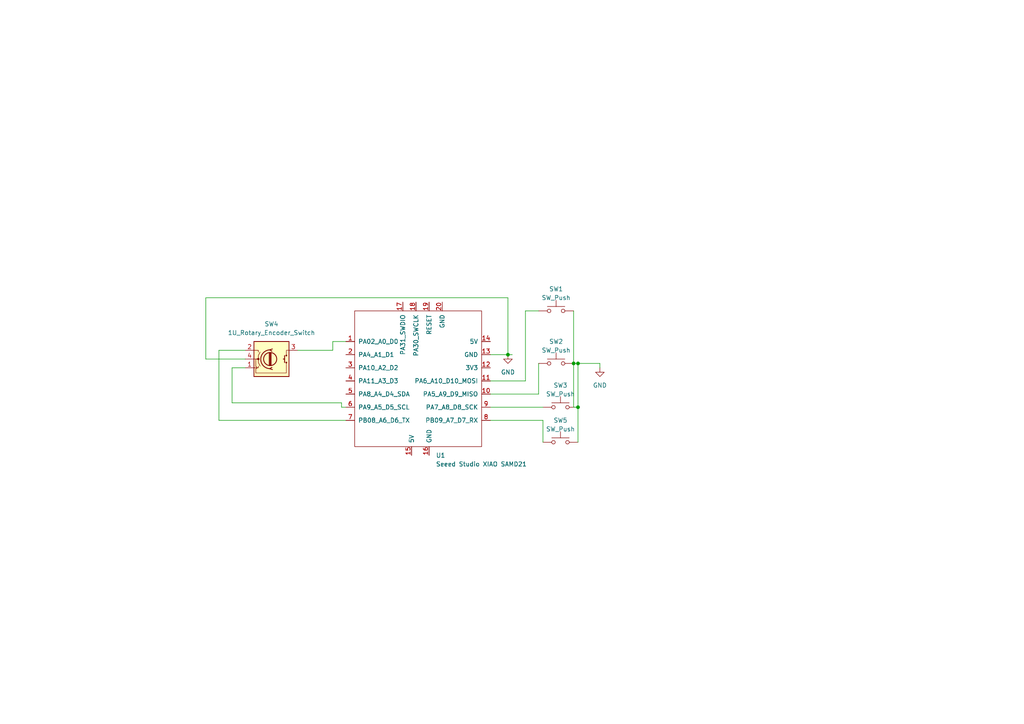
<source format=kicad_sch>
(kicad_sch (version 20231120) (generator "eeschema") (generator_version "8.0")
  (paper "A4")
  (lib_symbols
    (symbol "Switch:SW_Push" (pin_numbers hide) (pin_names (offset 1.016) hide)
      (property "Reference" "SW" (at 1.27 2.54 0))
      (property "Value" "SW_Push" (at 0 -1.524 0))
      (symbol "SW_Push_0_1"
        (circle (center -2.032 0) (radius 0.508))
        (polyline (pts (xy 0 1.27) (xy 0 3.048)))
        (polyline (pts (xy 2.54 1.27) (xy -2.54 1.27)))
        (circle (center 2.032 0) (radius 0.508))
        (pin passive line (at -5.08 0 0) (length 2.54) (name "1") (number "1"))
        (pin passive line (at 5.08 0 180) (length 2.54) (name "2") (number "2"))
      )
    )
    (symbol "power:GND" (power) (pin_names (offset 0))
      (property "Value" "GND" (at 0 -3.81 0))
      (symbol "GND_0_1"
        (polyline (pts (xy 0 0) (xy 0 -1.27) (xy 1.27 -1.27) (xy 0 -2.54) (xy -1.27 -1.27) (xy 0 -1.27)))
      )
      (symbol "GND_1_1"
        (pin power_in line (at 0 0 270) (length 0) hide (name "GND") (number "1"))
      )
    )
    (symbol "seeed:Seeed Studio XIAO SAMD21" (pin_names (offset 1.016))
      (property "Reference" "U" (at -19.05 22.86 0))
      (property "Value" "Seeed Studio XIAO SAMD21" (at -12.7 21.59 0))
      (symbol "Seeed Studio XIAO SAMD21_0_1"
        (rectangle (start -19.05 20.32) (end 17.78 -19.05))
      )
      (symbol "Seeed Studio XIAO SAMD21_1_1"
        (pin unspecified line (at -21.59 11.43 0) (length 2.54) (name "PA02_A0_D0") (number "1"))
        (pin unspecified line (at 20.32 -3.81 180) (length 2.54) (name "PA5_A9_D9_MISO") (number "10"))
        (pin unspecified line (at 20.32 0 180) (length 2.54) (name "PA6_A10_D10_MOSI") (number "11"))
        (pin unspecified line (at 20.32 3.81 180) (length 2.54) (name "3V3") (number "12"))
        (pin unspecified line (at 20.32 7.62 180) (length 2.54) (name "GND") (number "13"))
        (pin unspecified line (at 20.32 11.43 180) (length 2.54) (name "5V") (number "14"))
        (pin input line (at -2.54 -21.59 90) (length 2.54) (name "5V") (number "15"))
        (pin input line (at 2.54 -21.59 90) (length 2.54) (name "GND") (number "16"))
        (pin input line (at -5.08 22.86 270) (length 2.54) (name "PA31_SWDIO") (number "17"))
        (pin input line (at -1.27 22.86 270) (length 2.54) (name "PA30_SWCLK") (number "18"))
        (pin input line (at 2.54 22.86 270) (length 2.54) (name "RESET") (number "19"))
        (pin unspecified line (at -21.59 7.62 0) (length 2.54) (name "PA4_A1_D1") (number "2"))
        (pin input line (at 6.35 22.86 270) (length 2.54) (name "GND") (number "20"))
        (pin unspecified line (at -21.59 3.81 0) (length 2.54) (name "PA10_A2_D2") (number "3"))
        (pin unspecified line (at -21.59 0 0) (length 2.54) (name "PA11_A3_D3") (number "4"))
        (pin unspecified line (at -21.59 -3.81 0) (length 2.54) (name "PA8_A4_D4_SDA") (number "5"))
        (pin unspecified line (at -21.59 -7.62 0) (length 2.54) (name "PA9_A5_D5_SCL") (number "6"))
        (pin unspecified line (at -21.59 -11.43 0) (length 2.54) (name "PB08_A6_D6_TX") (number "7"))
        (pin unspecified line (at 20.32 -11.43 180) (length 2.54) (name "PB09_A7_D7_RX") (number "8"))
        (pin unspecified line (at 20.32 -7.62 180) (length 2.54) (name "PA7_A8_D8_SCK") (number "9"))
      )
    )
    (symbol "skylong_knob:1U_RotaryEncoder_Switch" (pin_names (offset 0.254) hide)
      (property "Reference" "SW" (at 0 6.604 0))
      (property "Value" "1U_Rotary_Encoder_Switch" (at 0 -6.604 0))
      (symbol "1U_RotaryEncoder_Switch_0_1"
        (rectangle (start -5.08 5.08) (end 5.08 -5.08) (stroke (width 0.254)) (fill (type background)))
        (circle (center -3.81 0) (radius 0.254) (fill (type outline)))
        (circle (center -0.381 0) (radius 1.905) (stroke (width 0.254)))
        (arc (start -0.381 2.667) (mid -3.0988 -0.0635) (end -0.381 -2.794) (stroke (width 0.254)))
        (polyline (pts (xy -4.5466 -2.8194) (xy -4.5466 -4.0132)))
        (polyline (pts (xy -4.5466 -0.0254) (xy -4.5466 -2.159)))
        (polyline (pts (xy -0.635 -1.778) (xy -0.635 1.778)) (stroke (width 0.254)))
        (polyline (pts (xy -0.381 -1.778) (xy -0.381 1.778)) (stroke (width 0.254)))
        (polyline (pts (xy -0.127 1.778) (xy -0.127 -1.778)) (stroke (width 0.254)))
        (polyline (pts (xy 3.81 0) (xy 3.429 0)) (stroke (width 0.254)))
        (polyline (pts (xy 3.81 1.016) (xy 3.81 -1.016)) (stroke (width 0.254)))
        (polyline (pts (xy -5.08 -2.54) (xy -3.81 -2.54) (xy -3.81 -2.032)))
        (polyline (pts (xy -5.08 2.54) (xy -3.81 2.54) (xy -3.81 2.032)))
        (polyline (pts (xy 0.254 -3.048) (xy -0.508 -2.794) (xy 0.127 -2.413)) (stroke (width 0.254)))
        (polyline (pts (xy 0.254 2.921) (xy -0.508 2.667) (xy 0.127 2.286)) (stroke (width 0.254)))
        (polyline (pts (xy -5.08 0) (xy -3.81 0) (xy -3.81 -1.016) (xy -3.302 -2.032)))
        (polyline (pts (xy -4.318 0) (xy -3.81 0) (xy -3.81 1.016) (xy -3.302 2.032)))
        (circle (center 4.318 -1.016) (radius 0.127) (stroke (width 0.254)))
        (circle (center 4.318 1.016) (radius 0.127) (stroke (width 0.254)))
      )
      (symbol "1U_RotaryEncoder_Switch_1_1"
        (arc (start -4.5466 -2.794) (mid -4.3255 -2.7282) (end -4.2149 -2.5257))
        (arc (start -4.2164 -2.5146) (mid -4.3022 -2.288) (end -4.5212 -2.1844))
        (polyline (pts (xy -4.5466 -4.0386) (xy 4.318 -4.0386) (xy 4.318 -1.016)) (stroke (width 0.127)))
        (polyline (pts (xy 5.08 2.54) (xy 4.318 2.54) (xy 4.318 1.016)) (stroke (width 0.127)))
        (pin passive line (at -7.62 -2.54 0) (length 2.54) (name "B") (number "1"))
        (pin passive line (at -7.62 2.54 0) (length 2.54) (name "A") (number "2"))
        (pin passive line (at 7.62 2.54 180) (length 2.54) (name "E") (number "3"))
        (pin passive line (at -7.62 0 0) (length 2.54) (name "C") (number "4"))
      )
    )
  )
  (junction (at 167.64 105.41))
  (junction (at 166.37 105.41))
  (junction (at 167.64 118.11))
  (junction (at 147.32 102.87))
  (wire (pts (xy 152.4 90.17) (xy 156.21 90.17)))
  (wire (pts (xy 167.64 118.11) (xy 167.64 105.41)))
  (wire (pts (xy 142.24 102.87) (xy 147.32 102.87)))
  (wire (pts (xy 59.69 104.14) (xy 59.69 86.36)))
  (wire (pts (xy 142.24 118.11) (xy 157.48 118.11)))
  (wire (pts (xy 167.64 105.41) (xy 173.99 105.41)))
  (wire (pts (xy 142.24 121.92) (xy 157.48 121.92)))
  (wire (pts (xy 71.12 106.68) (xy 67.31 106.68)))
  (wire (pts (xy 142.24 114.3) (xy 156.21 114.3)))
  (wire (pts (xy 147.32 102.87) (xy 148.59 102.87)))
  (wire (pts (xy 152.4 110.49) (xy 152.4 90.17)))
  (wire (pts (xy 167.64 128.27) (xy 167.64 118.11)))
  (wire (pts (xy 166.37 118.11) (xy 167.64 118.11)))
  (wire (pts (xy 99.06 118.11) (xy 100.33 118.11)))
  (wire (pts (xy 142.24 110.49) (xy 152.4 110.49)))
  (wire (pts (xy 71.12 101.6) (xy 63.5 101.6)))
  (wire (pts (xy 166.37 105.41) (xy 166.37 118.11)))
  (wire (pts (xy 166.37 90.17) (xy 166.37 105.41)))
  (wire (pts (xy 71.12 104.14) (xy 59.69 104.14)))
  (wire (pts (xy 96.52 99.06) (xy 100.33 99.06)))
  (wire (pts (xy 67.31 106.68) (xy 67.31 116.84)))
  (wire (pts (xy 63.5 121.92) (xy 100.33 121.92)))
  (wire (pts (xy 166.37 105.41) (xy 167.64 105.41)))
  (wire (pts (xy 67.31 116.84) (xy 99.06 116.84)))
  (wire (pts (xy 157.48 121.92) (xy 157.48 128.27)))
  (wire (pts (xy 96.52 101.6) (xy 96.52 99.06)))
  (wire (pts (xy 59.69 86.36) (xy 147.32 86.36)))
  (wire (pts (xy 147.32 86.36) (xy 147.32 102.87)))
  (wire (pts (xy 63.5 101.6) (xy 63.5 121.92)))
  (wire (pts (xy 99.06 116.84) (xy 99.06 118.11)))
  (wire (pts (xy 173.99 106.68) (xy 173.99 105.41)))
  (wire (pts (xy 156.21 105.41) (xy 156.21 114.3)))
  (wire (pts (xy 86.36 101.6) (xy 96.52 101.6)))
  (symbol (lib_id "Switch:SW_Push") (at 162.56 118.11 0) (unit 1)
    (property "Reference" "SW3" (at 162.56 111.76 0))
    (property "Value" "SW_Push" (at 162.56 114.3 0))
    (property "Footprint" "Button_Switch_Keyboard:SW_Cherry_MX_1.00u_PCB" (effects (hide yes)))
  )
  (symbol (lib_id "Switch:SW_Push") (at 162.56 128.27 0) (unit 1)
    (property "Reference" "SW5" (at 162.56 121.92 0))
    (property "Value" "SW_Push" (at 162.56 124.46 0))
    (property "Footprint" "Button_Switch_Keyboard:SW_Cherry_MX_1.00u_PCB" (effects (hide yes)))
  )
  (symbol (lib_id "power:GND") (at 173.99 106.68 0) (unit 1)
    (property "Reference" "#PWR02" (effects (hide yes)))
    (property "Value" "GND" (at 173.99 111.76 0))
  )
  (symbol (lib_id "Switch:SW_Push") (at 161.29 90.17 0) (unit 1)
    (property "Reference" "SW1" (at 161.29 83.82 0))
    (property "Value" "SW_Push" (at 161.29 86.36 0))
    (property "Footprint" "Button_Switch_Keyboard:SW_Cherry_MX_1.00u_PCB" (effects (hide yes)))
  )
  (symbol (lib_id "seeed:Seeed Studio XIAO SAMD21") (at 121.92 110.49 0) (unit 1)
    (property "Reference" "U1" (at 126.4159 132.08 0) (effects (justify left)))
    (property "Value" "Seeed Studio XIAO SAMD21" (at 126.4159 134.62 0) (effects (justify left)))
    (property "Footprint" "seeed:XIAO-Generic-Thruhole-14P-2.54-21X17.8MM" (effects (hide yes)))
  )
  (symbol (lib_id "power:GND") (at 147.32 102.87 0) (unit 1)
    (property "Reference" "#PWR01" (effects (hide yes)))
    (property "Value" "GND" (at 147.32 107.95 0))
  )
  (symbol (lib_id "skylong_knob:1U_RotaryEncoder_Switch") (at 78.74 104.14 0) (unit 1)
    (property "Reference" "SW4" (at 78.74 93.98 0))
    (property "Value" "1U_Rotary_Encoder_Switch" (at 78.74 96.52 0))
    (property "Footprint" "skylong_knob:1U_Rotary_Encoder_Switch" (effects (hide yes)))
    (property "Datasheet" "https://github.com/JZ-Skyloong/Skyloong_Components/blob/main/encoder_key_switch/encoder_key_switch_V1_05092023.pdf" (effects (hide yes)))
    (property "Description" "Rotary encoder, dual channel, incremental quadrate outputs, with switch" (effects (hide yes)))
  )
  (symbol (lib_id "Switch:SW_Push") (at 161.29 105.41 0) (unit 1)
    (property "Reference" "SW2" (at 161.29 99.06 0))
    (property "Value" "SW_Push" (at 161.29 101.6 0))
    (property "Footprint" "Button_Switch_Keyboard:SW_Cherry_MX_1.00u_PCB" (effects (hide yes)))
  )
)
</source>
